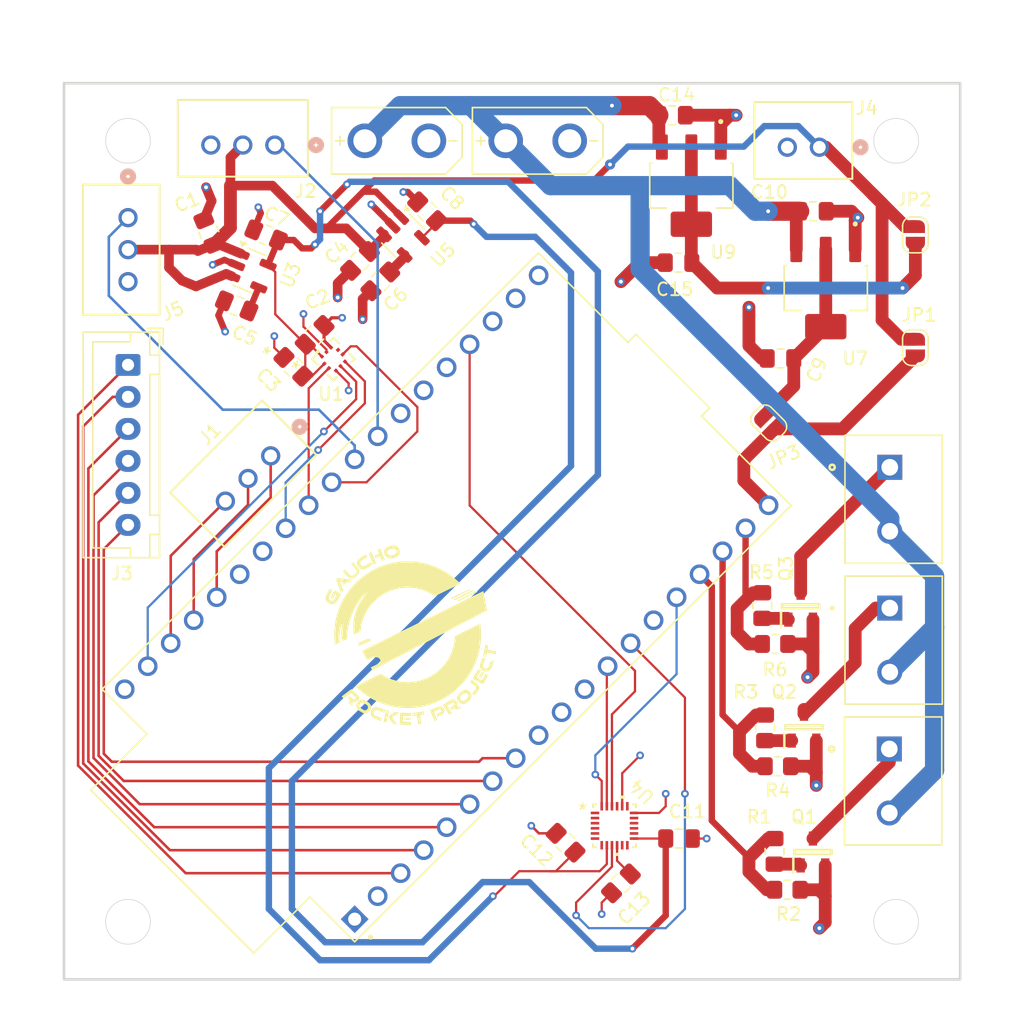
<source format=kicad_pcb>
(kicad_pcb (version 20241229) (generator "pcbnew") (generator_version "9.0")
  (title_block (title "Gaucho Rocket Project V2") (date "2025-04-15"))
  (layers (0 "F.Cu" power) (4 "In1.Cu" signal) (6 "In2.Cu" signal) (2 "B.Cu" mixed) (13 "F.Paste" user) (15 "B.Paste" user) (5 "F.SilkS" user "F.Silkscreen") (7 "B.SilkS" user "B.Silkscreen") (1 "F.Mask" user) (3 "B.Mask" user) (25 "Edge.Cuts" user))
  (net 0 "")
  (net 1 "GND")
  (net 2 "Net-(U4-REGOUT)")
  (net 3 "+5V_b")
  (net 4 "Net-(JP3-A)")
  (net 5 "PYRO_3")
  (net 6 "ICM_MOSI")
  (net 7 "+3.3V_b")
  (net 8 "+5V_a")
  (net 9 "+12V")
  (net 10 "Net-(JP2-A)")
  (net 14 "SERVO_3")
  (net 16 "SERVO_5")
  (net 17 "SERVO_1")
  (net 19 "SERVO_6")
  (net 20 "Net-(P1-Pad1)")
  (net 24 "Net-(P2-Pad1)")
  (net 25 "ICM_CLK")
  (net 27 "SERVO_2")
  (net 28 "PYRO_2")
  (net 29 "+1.8V")
  (net 30 "ICM_MISO")
  (net 31 "BMP_CS")
  (net 32 "ICM_CS")
  (net 33 "PYRO_1")
  (net 34 "SERVO_4")
  (net 35 "BMP_MISO")
  (net 36 "BMP_CLK")
  (net 37 "BMP_MOSI")
  (net 51 "FSYNC")
  (net 52 "BMP_INT")
  (net 53 "ICM_INT")
  (net 54 "Net-(U3-BP)")
  (net 55 "Net-(U5-BP)")
  (net 56 "PYRO_4")
  (net 57 "PYRO_5")
  (net 58 "Net-(P3-Pad1)")
  (net 59 "Net-(Q1-Pad1)")
  (net 60 "Net-(Q2-Pad1)")
  (net 61 "Net-(Q3-Pad1)")
  (net 62 "PYRO_6")
  (net 63 "PYRO_7")
  (net 64 "PYRO_8")
  (footprint "Capacitors:C_0805_2012Metric_Pad1.18x1.45mm_HandSolder" (layer "F.Cu") (at 185.9625 88)
    (property "Reference" "C9")
    (property "Value" "100uF" (hide yes))
  )
  (footprint "B3B:CONN_B3B-XH-A_JST" (layer "F.Cu") (at 146.142393 95.606859 45)
    (property "Reference" "J1")
    (property "Value" "B3B-XH-A")
  )
  (footprint "Resistor:R_0805_2012Metric_Pad1.20x1.40mm_HandSolder" (layer "F.Cu") (at 186.5 129.5)
    (property "Reference" "R2")
    (property "Value" "470" (hide yes))
  )
  (footprint "Capacitors:C_0805_2012Metric_Pad1.18x1.45mm_HandSolder" (layer "F.Cu") (at 147.916091 88.649189 135)
    (property "Reference" "C3")
    (property "Value" "0.1uF")
  )
  (footprint "Resistor:R_0805_2012Metric_Pad1.20x1.40mm_HandSolder" (layer "F.Cu") (at 184.76 116.850001 90)
    (property "Reference" "R3")
    (property "Value" "1k" (hide yes))
  )
  (footprint "LD1117S50CTRlib:LD1117S50CTR" (layer "F.Cu") (at 189.5 82.5 -90)
    (property "Reference" "U7")
    (property "Value" "LD1117S50CTR" (hide yes))
  )
  (footprint "Jumper:SolderJumper-2_P1.3mm_Open_RoundedPad1.0x1.5mm" (layer "F.Cu") (at 185.040381 93.040381 -45)
    (property "Reference" "JP3")
    (property "Value" "Jumper_2_Open" (hide yes))
  )
  (footprint "Package_TO_SOT_SMD:SOT-23-5" (layer "F.Cu") (at 156.476086 78.438125 -45)
    (property "Reference" "U5")
    (property "Value" "TPS79318-EP" (hide yes))
  )
  (footprint "Capacitors:C_0805_2012Metric_Pad1.18x1.45mm_HandSolder" (layer "F.Cu") (at 177.5 69 180)
    (property "Reference" "C14")
    (property "Value" "10uF" (hide yes))
  )
  (footprint "Capacitors:C_0805_2012Metric_Pad1.18x1.45mm_HandSolder" (layer "F.Cu") (at 177.999999 80.514999)
    (property "Reference" "C15")
    (property "Value" "100uF" (hide yes))
  )
  (footprint "Capacitors:C_0805_2012Metric_Pad1.18x1.45mm_HandSolder" (layer "F.Cu") (at 143.487869 83.89514 -22.5)
    (property "Reference" "C5")
    (property "Value" "0.1uF" (hide yes))
  )
  (footprint "ScrewTerminal:CUI_TB002-500-02BE" (layer "F.Cu") (at 194.5 107.5 -90)
    (property "Reference" "P2" (hide yes))
    (property "Value" "282837-2" (hide yes))
  )
  (footprint "Capacitors:C_0805_2012Metric_Pad1.18x1.45mm_HandSolder" (layer "F.Cu") (at 154.708319 81.973659 45)
    (property "Reference" "C6")
    (property "Value" "0.1uF" (hide yes))
  )
  (footprint "Jumper:SolderJumper-2_P1.3mm_Open_RoundedPad1.0x1.5mm" (layer "F.Cu") (at 196.500001 78.349999 90)
    (property "Reference" "JP2")
    (property "Value" "Jumper_2_Open" (hide yes))
  )
  (footprint "Capacitors:C_0805_2012Metric_Pad1.18x1.45mm_HandSolder" (layer "F.Cu") (at 188.5 76.5 180)
    (property "Reference" "C10")
    (property "Value" "10uF" (hide yes))
  )
  (footprint "XTConnectors:XT30UPB-M" (layer "F.Cu") (at 167 71)
    (property "Reference" "U10" (hide yes))
    (property "Value" "XT30UPB-M" (hide yes))
  )
  (footprint "Capacitors:C_0805_2012Metric_Pad1.18x1.45mm_HandSolder" (layer "F.Cu") (at 153.117328 80.382668 45)
    (property "Reference" "C4")
    (property "Value" "0.1uF" (hide yes))
  )
  (footprint "Resistor:R_0805_2012Metric_Pad1.20x1.40mm_HandSolder" (layer "F.Cu") (at 185.5 126.5 90)
    (property "Reference" "R1")
    (property "Value" "1k" (hide yes))
  )
  (footprint "ScrewTerminal:CUI_TB002-500-02BE" (layer "F.Cu") (at 194.5 96.5 -90)
    (property "Reference" "P3" (hide yes))
    (property "Value" "282837-2" (hide yes))
  )
  (footprint "footprints:QFN10_BMP581_BOS" (layer "F.Cu") (at 151.046594 88.046594 45)
    (property "Reference" "U1")
    (property "Value" "BMP581" (hide yes))
  )
  (footprint "B2B-XH-A:CONN_B2B-XH-A_JST" (layer "F.Cu") (at 189 71.5)
    (property "Reference" "J4")
    (property "Value" "B2B-XH-A" (hide yes))
  )
  (footprint "Capacitors:C_0805_2012Metric_Pad1.18x1.45mm_HandSolder" (layer "F.Cu") (at 158.358757 76.502421 -45)
    (property "Reference" "C8")
    (property "Value" "10uF")
  )
  (footprint "Capacitors:C_0805_2012Metric_Pad1.18x1.45mm_HandSolder" (layer "F.Cu") (at 169.175001 125.825001 135)
    (property "Reference" "C12")
    (property "Value" "0.1uF" (hide yes))
  )
  (footprint "FETS:SOT96P240X100-3N" (layer "F.Cu") (at 188.5 126.55 90)
    (property "Reference" "Q1")
    (property "Value" "DMN3023L-7" (hide yes))
    (property "VALUE" "DMN3023L-7" (hide yes))
  )
  (footprint "LD1117S50CTRlib:LD1117S50CTR" (layer "F.Cu") (at 179 74.5 -90)
    (property "Reference" "U9")
    (property "Value" "LD1117S50CTR" (hide yes))
  )
  (footprint "Resistor:R_0805_2012Metric_Pad1.20x1.40mm_HandSolder" (layer "F.Cu") (at 184.54 107.299999 90)
    (property "Reference" "R5")
    (property "Value" "1k" (hide yes))
  )
  (footprint "B3B:CONN_B3B-XH-A_JST" (layer "F.Cu") (at 135 77 90)
    (property "Reference" "J5")
    (property "Value" "B3B-XH-A" (hide yes))
  )
  (footprint "Package_TO_SOT_SMD:SOT-23-5" (layer "F.Cu") (at 144.5244 81.131429 -22.5)
    (property "Reference" "U3")
    (property "Value" "TPS79333-EP" (hide yes))
  )
  (footprint "FETS:SOT96P240X100-3N" (layer "F.Cu") (at 187.8 116.8 90)
    (property "Reference" "Q2")
    (property "Value" "DMN3023L-7" (hide yes))
    (property "VALUE" "DMN3023L-7" (hide yes))
  )
  (footprint "Capacitors:C_0805_2012Metric_Pad1.18x1.45mm_HandSolder" (layer "F.Cu") (at 149.577792 86.156638 45)
    (property "Reference" "C2")
    (property "Value" "0.1uF" (hide yes))
  )
  (footprint "Capacitors:C_0805_2012Metric_Pad1.18x1.45mm_HandSolder" (layer "F.Cu") (at 178.037501 125.5)
    (property "Reference" "C11")
    (property "Value" "0.1uF" (hide yes))
  )
  (footprint "esp32wroom:MODULE_DEVKIT_V1_ESP32-WROOM-32" (layer "F.Cu") (at 159.881083 106.658405 135)
    (property "Reference" "U2" (hide yes))
    (property "Value" "DEVKIT_V1_ESP32-WROOM-32" (hide yes))
  )
  (footprint "Resistor:R_0805_2012Metric_Pad1.20x1.40mm_HandSolder" (layer "F.Cu") (at 185.54 110.299999)
    (property "Reference" "R6")
    (property "Value" "470" (hide yes))
  )
  (footprint "ICM-20948:QFN24_3X3X0P9_IVS" (layer "F.Cu") (at 173 124.5)
    (property "Reference" "U4")
    (property "Value" "ICM-20948" (hide yes))
  )
  (footprint "Capacitors:C_0805_2012Metric_Pad1.18x1.45mm_HandSolder" (layer "F.Cu") (at 141.318104 78.125627 -67.5)
    (property "Reference" "C1")
    (property "Value" "0.1uF" (hide yes))
  )
  (footprint "FETS:SOT96P240X100-3N" (layer "F.Cu") (at 187.54 107.349999 90)
    (property "Reference" "Q3")
    (property "Value" "DMN3023L-7" (hide yes))
    (property "VALUE" "DMN3023L-7" (hide yes))
  )
  (footprint "B3B:CONN_B3B-XH-A_JST" (layer "F.Cu") (at 146.4666 71.329801)
    (property "Reference" "J2")
    (property "Value" "B3B-XH-A" (hide yes))
  )
  (footprint "Connector_JST:JST_XH_B6B-XH-A_1x06_P2.50mm_Vertical" (layer "F.Cu") (at 135 88.5 -90)
    (property "Reference" "J3")
    (property "Value" "B6B-XH-A" (hide yes))
  )
  (footprint "Capacitors:C_0805_2012Metric_Pad1.18x1.45mm_HandSolder" (layer "F.Cu") (at 145.783972 78.351862 -22.5)
    (property "Reference" "C7")
    (property "Value" "10uF" (hide yes))
  )
  (footprint "Jumper:SolderJumper-2_P1.3mm_Open_RoundedPad1.0x1.5mm" (layer "F.Cu") (at 196.500001 87.150001 -90)
    (property "Reference" "JP1")
    (property "Value" "Jumper_2_Open" (hide yes))
  )
  (footprint "ScrewTerminal:CUI_TB002-500-02BE" (layer "F.Cu") (at 194.4625 118.5 -90)
    (property "Reference" "P1" (hide yes))
    (property "Value" "282837-2" (hide yes))
  )
  (footprint "GRPImages:GRPLogo" (layer "F.Cu") (at 157.1 110.3)
    (property "Reference" "G***" (hide yes))
    (property "Value" "LOGO" (hide yes))
  )
  (footprint "Resistor:R_0805_2012Metric_Pad1.20x1.40mm_HandSolder" (layer "F.Cu") (at 185.76 119.850001)
    (property "Reference" "R4")
    (property "Value" "470" (hide yes))
  )
  (footprint "Capacitors:C_0805_2012Metric_Pad1.18x1.45mm_HandSolder" (layer "F.Cu") (at 173.500001 129 -135)
    (property "Reference" "C13")
    (property "Value" "0.1uF" (hide yes))
  )
  (footprint "XTConnectors:XT30UPB-M" (layer "F.Cu") (at 156 71)
    (property "Reference" "U8" (hide yes))
    (property "Value" "XT30UPB-M" (hide yes))
  )
  (gr_circle (center 195 132) (end 196.75 132) (stroke (width 0.05)) (fill no) (layer "Edge.Cuts"))
  (gr_rect (start 130 66.5) (end 200 136.5) (stroke (width 0.2)) (fill no) (layer "Edge.Cuts"))
  (gr_circle (center 195 71) (end 196.75 71) (stroke (width 0.05)) (fill no) (layer "Edge.Cuts"))
  (gr_circle (center 135 132) (end 136.75 132) (stroke (width 0.05)) (fill no) (layer "Edge.Cuts"))
  (gr_circle (center 135 71) (end 136.75 71) (stroke (width 0.05)) (fill no) (layer "Edge.Cuts"))
  (segment (start 188.5 112.48) (end 188.08 112.9) (width 1) (layer "F.Cu") (net 1))
  (segment (start 152.231775 90.5) (end 152.231775 90.609079) (width 0.175) (layer "F.Cu") (net 1))
  (segment (start 167.091378 125.091377) (end 166.500001 124.500001) (width 0.2) (layer "F.Cu") (net 1))
  (segment (start 191.800001 77.199999) (end 192 77) (width 1) (layer "F.Cu") (net 1))
  (segment (start 142.06056 84.629857) (end 142.529349 83.498105) (width 0.5) (layer "F.Cu") (net 1))
  (segment (start 191.800001 79.484998) (end 191.800001 77.199999) (width 1) (layer "F.Cu") (net 1))
  (segment (start 189.46 130) (end 189.46 132.04) (width 1) (layer "F.Cu") (net 1))
  (segment (start 178.5375 69) (end 182 69) (width 1) (layer "F.Cu") (net 1))
  (segment (start 145.366644 76.648263) (end 145.175302 76.186325) (width 0.5) (layer "F.Cu") (net 1))
  (segment (start 188.76 117.850001) (end 188.76 120.350001) (width 1) (layer "F.Cu") (net 1))
  (segment (start 181.300001 69.699999) (end 182 69) (width 1) (layer "F.Cu") (net 1))
  (segment (start 188.5 110.9) (end 188.5 112.48) (width 1) (layer "F.Cu") (net 1))
  (segment (start 150.853552 87.146447) (end 150.311415 86.60431) (width 0.25) (layer "F.Cu") (net 1))
  (segment (start 141.094532 74.629459) (end 141.091546 74.622249) (width 0.75) (layer "F.Cu") (net 1))
  (segment (start 151.239635 88.946741) (end 152.231775 89.93888) (width 0.175) (layer "F.Cu") (net 1))
  (segment (start 172.766378 129.733622) (end 172.000001 130.5) (width 0.175) (layer "F.Cu") (net 1))
  (segment (start 148.702748 84.521454) (end 148.702748 85.511403) (width 0.175) (layer "F.Cu") (net 1))
  (segment (start 184.5 88) (end 184.925 88) (width 1) (layer "F.Cu") (net 1))
  (segment (start 172.000001 131.400001) (end 172.000001 131.5) (width 0.175) (layer "F.Cu") (net 1))
  (segment (start 181.300001 71.484998) (end 181.300001 69.699999) (width 1) (layer "F.Cu") (net 1))
  (segment (start 151.376086 82.123914) (end 152.383706 81.116294) (width 0.75) (layer "F.Cu") (net 1))
  (segment (start 142.588226 85.903759) (end 142.06056 84.629857) (width 0.5) (layer "F.Cu") (net 1))
  (segment (start 173.599999 122.976) (end 173.599999 120.400001) (width 0.175) (layer "F.Cu") (net 1))
  (segment (start 147.182467 87.915567) (end 146.424374 87.157469) (width 0.175) (layer "F.Cu") (net 1))
  (segment (start 188.5 108.4) (end 188.5 110.9) (width 1) (layer "F.Cu") (net 1))
  (segment (start 157.625134 75.768798) (end 156.856336 75) (width 0.5) (layer "F.Cu") (net 1))
  (segment (start 176.475002 123.5) (end 177 122.975002) (width 0.175) (layer "F.Cu") (net 1))
  (segment (start 186.54 110.299999) (end 187.899999 110.299999) (width 1) (layer "F.Cu") (net 1))
  (segment (start 156.856336 75) (end 156.5 75) (width 0.5) (layer "F.Cu") (net 1))
  (segment (start 182 69) (end 182.5 69) (width 1) (layer "F.Cu") (net 1))
  (segment (start 175.514999 80.514999) (end 174.985001 80.514999) (width 1) (layer "F.Cu") (net 1))
  (segment (start 151.376086 83.238125) (end 151.376086 82.123914) (width 0.75) (layer "F.Cu") (net 1))
  (segment (start 150.912456 84.821974) (end 151.725629 84.821974) (width 0.25) (layer "F.Cu") (net 1))
  (segment (start 189.46 132.04) (end 189 132.5) (width 1) (layer "F.Cu") (net 1))
  (segment (start 188.76 120.350001) (end 188.76 121.350001) (width 1) (layer "F.Cu") (net 1))
  (segment (start 150.499999 87.308655) (end 150.499999 87.5) (width 0.175) (layer "F.Cu") (net 1))
  (segment (start 153.326086 84.938125) (end 153.326086 83.355892) (width 0.75) (layer "F.Cu") (net 1))
  (segment (start 140.921071 77.167103) (end 141.533366 75.688895) (width 0.75) (layer "F.Cu") (net 1))
  (segment (start 150.311415 86.60431) (end 150.311415 85.423015) (width 0.25) (layer "F.Cu") (net 1))
  (segment (start 183.5 84) (end 183.5 87) (width 1) (layer "F.Cu") (net 1))
  (segment (start 176.962499 80.514999) (end 175.514999 80.514999) (width 1) (layer "F.Cu") (net 1))
  (segment (start 142.526513 80.303874) (end 143.473487 80.696126) (width 0.5) (layer "F.Cu") (net 1))
  (segment (start 187.5 129.5) (end 188.96 129.5) (width 1) (layer "F.Cu") (net 1))
  (segment (start 188.26 119.850001) (end 188.76 120.350001) (width 1) (layer "F.Cu") (net 1))
  (segment (start 186.76 119.850001) (end 188.26 119.850001) (width 1) (layer "F.Cu") (net 1))
  (segment (start 173.599999 120.400001) (end 175 119) (width 0.175) (layer "F.Cu") (net 1))
  (segment (start 141.611915 80.682712) (end 142.526513 80.303874) (width 0.5) (layer "F.Cu") (net 1))
  (segment (start 144.825449 77.954825) (end 145.236829 76.961655) (width 0.5) (layer "F.Cu") (net 1))
  (segment (start 179.075001 125.5) (end 180.200001 125.5) (width 0.175) (layer "F.Cu") (net 1))
  (segment (start 141.533366 75.688895) (end 141.094532 74.629459) (width 0.75) (layer "F.Cu") (net 1))
  (segment (start 188.96 129.5) (end 189.46 130) (width 1) (layer "F.Cu") (net 1))
  (segment (start 183.5 87) (end 184.5 88) (width 1) (layer "F.Cu") (net 1))
  (segment (start 148.702748 85.511403) (end 150.499999 87.308655) (width 0.175) (layer "F.Cu") (net 1))
  (segment (start 152.231775 89.93888) (end 152.231775 90.5) (width 0.175) (layer "F.Cu") (net 1))
  (segment (start 145.236829 76.961655) (end 145.366644 76.648263) (width 0.5) (layer "F.Cu") (net 1))
  (segment (start 172.000001 130.5) (end 172.000001 131.400001) (width 0.175) (layer "F.Cu") (net 1))
  (segment (start 153.326086 83.355892) (end 153.974695 82.707283) (width 0.75) (layer "F.Cu") (net 1))
  (segment (start 191.5 76.5) (end 192 77) (width 1) (layer "F.Cu") (net 1))
  (segment (start 146.424374 87.157469) (end 146.424375 86.251819) (width 0.175) (layer "F.Cu") (net 1))
  (segment (start 168.441378 125.091377) (end 167.091378 125.091377) (width 0.2) (layer "F.Cu") (net 1))
  (segment (start 176.475002 123.5) (end 174.524001 123.5) (width 0.175) (layer "F.Cu") (net 1))
  (segment (start 189.46 127.600001) (end 189.46 130) (width 1) (layer "F.Cu") (net 1))
  (segment (start 177 122.975002) (end 177 122) (width 0.175) (layer "F.Cu") (net 1))
  (segment (start 174.985001 80.514999) (end 173.5 82) (width 1) (layer "F.Cu") (net 1))
  (segment (start 155.671752 77.633791) (end 154.001213 75.963252) (width 0.5) (layer "F.Cu") (net 1))
  (segment (start 189.5375 76.5) (end 191.5 76.5) (width 1) (layer "F.Cu") (net 1))
  (segment (start 150.311415 85.423015) (end 150.912456 84.821974) (width 0.25) (layer "F.Cu") (net 1))
  (segment (start 187.899999 110.299999) (end 188.5 110.9) (width 1) (layer "F.Cu") (net 1))
  (via (at 145.175302 76.186325) (size 0.6) (drill 0.3) (layers "F.Cu" "B.Cu") (net 1))
  (via (at 189 132.5) (size 0.8) (drill 0.3) (layers "F.Cu" "B.Cu") (net 1))
  (via (at 152.231775 90.5) (size 0.6) (drill 0.3) (layers "F.Cu" "B.Cu") (net 1))
  (via (at 188.08 112.9) (size 0.8) (drill 0.3) (layers "F.Cu" "B.Cu") (net 1))
  (via (at 156.5 75) (size 0.6) (drill 0.3) (layers "F.Cu" "B.Cu") (net 1))
  (via (at 146.424375 86.251819) (size 0.6) (drill 0.3) (layers "F.Cu" "B.Cu") (net 1))
  (via (at 188.76 121.350001) (size 0.8) (drill 0.3) (layers "F.Cu" "B.Cu") (net 1))
  (via (at 180.200001 125.5) (size 0.6) (drill 0.3) (layers "F.Cu" "B.Cu") (net 1))
  (via (at 141.611915 80.682712) (size 0.6) (drill 0.3) (layers "F.Cu" "B.Cu") (net 1))
  (via (at 154.001213 75.963252) (size 0.6) (drill 0.3) (layers "F.Cu" "B.Cu") (net 1))
  (via (at 151.725629 84.821974) (size 0.6) (drill 0.3) (layers "F.Cu" "B.Cu") (net 1))
  (via (at 142.588226 85.903759) (size 0.6) (drill 0.3) (layers "F.Cu" "B.Cu") (net 1))
  (via (at 177 122) (size 0.6) (drill 0.3) (layers "F.Cu" "B.Cu") (net 1))
  (via (at 183.5 84) (size 0.6) (drill 0.3) (layers "F.Cu" "B.Cu") (net 1))
  (via (at 153.326086 84.938125) (size 0.6) (drill 0.3) (layers "F.Cu" "B.Cu") (net 1))
  (via (at 172.000001 131.400001) (size 0.6) (drill 0.3) (layers "F.Cu" "B.Cu") (net 1))
  (via (at 182.5 69) (size 0.8) (drill 0.3) (layers "F.Cu" "B.Cu") (net 1))
  (via (at 173.5 82) (size 0.6) (drill 0.3) (layers "F.Cu" "B.Cu") (net 1))
  (via (at 175 119) (size 0.6) (drill 0.3) (layers "F.Cu" "B.Cu") (net 1))
  (via (at 148.702748 84.521454) (size 0.6) (drill 0.3) (layers "F.Cu" "B.Cu") (net 1))
  (via (at 192 77) (size 0.8) (drill 0.3) (layers "F.Cu" "B.Cu") (net 1))
  (via (at 166.500001 124.500001) (size 0.6) (drill 0.3) (layers "F.Cu" "B.Cu") (net 1))
  (via (at 151.376086 83.238125) (size 0.6) (drill 0.3) (layers "F.Cu" "B.Cu") (net 1))
  (via (at 141.094532 74.629459) (size 0.6) (drill 0.3) (layers "F.Cu" "B.Cu") (net 1))
  (segment (start 173.200001 127.232754) (end 174.233624 128.266377) (width 0.175) (layer "F.Cu") (net 2))
  (segment (start 173.200001 126.024) (end 173.200001 127.232754) (width 0.175) (layer "F.Cu") (net 2))
  (segment (start 153.364824 74.973301) (end 154.238125 74.1) (width 0.5) (layer "F.Cu") (net 3))
  (segment (start 139.216039 81.920034) (end 140.306216 82.3716) (width 0.75) (layer "F.Cu") (net 3))
  (segment (start 140.306216 82.3716) (end 142.671091 81.392033) (width 0.75) (layer "F.Cu") (net 3))
  (segment (start 189.5 71.5) (end 189 71.5) (width 1) (layer "F.Cu") (net 3))
  (segment (start 143.10994 81.573807) (end 142.671091 81.392033) (width 0.75) (layer "F.Cu") (net 3))
  (segment (start 195.4 86.5) (end 193.9 85) (width 1) (layer "F.Cu") (net 3))
  (segment (start 141.889724 79.011835) (end 143.837033 79.818439) (width 0.75) (layer "F.Cu") (net 3))
  (segment (start 143 74.5) (end 143 72.296401) (width 0.75) (layer "F.Cu") (net 3))
  (segment (start 141.715138 79.084152) (end 143 77.79929) (width 1) (layer "F.Cu") (net 3))
  (segment (start 140.452506 79.607154) (end 140.345352 79.5) (width 0.75) (layer "F.Cu") (net 3))
  (segment (start 143 77.79929) (end 143 74.5) (width 1) (layer "F.Cu") (net 3))
  (segment (start 196.5 86.5) (end 195.4 86.5) (width 1) (layer "F.Cu") (net 3))
  (segment (start 138.2 79.5) (end 135 79.5) (width 0.75) (layer "F.Cu") (net 3))
  (segment (start 153.364824 74.973301) (end 150.5 77.838125) (width 0.5) (layer "F.Cu") (net 3))
  (segment (start 193.9 75.9) (end 193.2 75.2) (width 1) (layer "F.Cu") (net 3))
  (segment (start 193.9 85) (end 193.9 75.9) (width 1) (layer "F.Cu") (net 3))
  (segment (start 155 78.5) (end 155.000002 78.305544) (width 0.75) (layer "F.Cu") (net 3))
  (segment (start 196.500002 77.699998) (end 195.699998 77.699998) (width 1) (layer "F.Cu") (net 3))
  (segment (start 138.2 80.903995) (end 139.216039 81.920034) (width 0.75) (layer "F.Cu") (net 3))
  (segment (start 154.238125 74.1) (end 171.4 74.1) (width 0.5) (layer "F.Cu") (net 3))
  (segment (start 193.2 75.2) (end 189.5 71.5) (width 1) (layer "F.Cu") (net 3))
  (segment (start 152.040031 77.838125) (end 150.5 77.838125) (width 0.75) (layer "F.Cu") (net 3))
  (segment (start 156.343504 76.962041) (end 154.354765 74.973301) (width 0.5) (layer "F.Cu") (net 3))
  (segment (start 152.040031 77.838125) (end 153.850951 79.649045) (width 0.75) (layer "F.Cu") (net 3))
  (segment (start 154.354765 74.973301) (end 153.364824 74.973301) (width 0.5) (layer "F.Cu") (net 3))
  (segment (start 138.2 79.5) (end 138.2 80.903995) (width 0.75) (layer "F.Cu") (net 3))
  (segment (start 149.605892 77.838125) (end 146.267767 74.5) (width 0.75) (layer "F.Cu") (net 3))
  (segment (start 140.345352 79.5) (end 138.2 79.5) (width 0.75) (layer "F.Cu") (net 3))
  (segment (start 153.850953 79.649046) (end 155 78.5) (width 0.75) (layer "F.Cu") (net 3))
  (segment (start 171.4 74.1) (end 172.65 72.85) (width 0.5) (layer "F.Cu") (net 3))
  (segment (start 143 72.296401) (end 143.9666 71.329801) (width 0.75) (layer "F.Cu") (net 3))
  (segment (start 150.5 77.838125) (end 149.605892 77.838125) (width 0.75) (layer "F.Cu") (net 3))
  (segment (start 195.699998 77.699998) (end 193.2 75.2) (width 1) (layer "F.Cu") (net 3))
  (segment (start 146.267767 74.5) (end 143 74.5) (width 0.75) (layer "F.Cu") (net 3))
  (segment (start 140.452506 79.607154) (end 141.889724 79.011835) (width 0.75) (layer "F.Cu") (net 3))
  (via (at 172.65 72.85) (size 0.8) (drill 0.3) (layers "F.Cu" "B.Cu") (net 3))
  (segment (start 172.65 72.85) (end 174.05 71.45) (width 0.5) (layer "B.Cu") (net 3))
  (segment (start 184.7 69.85) (end 187.35 69.85) (width 0.5) (layer "B.Cu") (net 3))
  (segment (start 174.05 71.45) (end 183.1 71.45) (width 0.5) (layer "B.Cu") (net 3))
  (segment (start 183.1 71.45) (end 184.7 69.85) (width 0.5) (layer "B.Cu") (net 3))
  (segment (start 187.35 69.85) (end 189 71.5) (width 0.5) (layer "B.Cu") (net 3))
  (segment (start 184.580762 92.580762) (end 187 90.161524) (width 1) (layer "F.Cu") (net 4))
  (segment (start 187.015 88) (end 189.5 85.515) (width 1) (layer "F.Cu") (net 4))
  (segment (start 187 90.161524) (end 187 88) (width 1) (layer "F.Cu") (net 4))
  (segment (start 187 88) (end 187.015 88) (width 1) (layer "F.Cu") (net 4))
  (segment (start 189.5 85.515) (end 189.5 79.485) (width 1) (layer "F.Cu") (net 4))
  (segment (start 138.335539 103.413713) (end 142.606859 99.142393) (width 0.2) (layer "F.Cu") (net 5))
  (segment (start 138.335539 110.243436) (end 138.335539 103.413713) (width 0.2) (layer "F.Cu") (net 5))
  (segment (start 171.999999 122.976) (end 171.999999 120.999999) (width 0.175) (layer "F.Cu") (net 6))
  (segment (start 171.999999 120.999999) (end 171.5 120.5) (width 0.175) (layer "F.Cu") (net 6))
  (via (at 171.5 120.5) (size 0.6) (drill 0.3) (layers "F.Cu" "B.Cu") (net 6))
  (segment (start 171.5 119) (end 177.848666 112.651334) (width 0.175) (layer "B.Cu") (net 6))
  (segment (start 177.848666 112.651334) (end 177.848666 106.651334) (width 0.175) (layer "B.Cu") (net 6))
  (segment (start 171.5 120.5) (end 171.5 119) (width 0.175) (layer "B.Cu") (net 6))
  (segment (start 148.596681 86.890261) (end 148.844169 86.890261) (width 0.5) (layer "F.Cu") (net 7))
  (segment (start 150.332203 88.407431) (end 149.356821 89.382813) (width 0.175) (layer "F.Cu") (net 7))
  (segment (start 174.524002 125.5) (end 174.524001 125.500002) (width 0.175) (layer "F.Cu") (net 7))
  (segment (start 148.6 79.4) (end 149.3 79.4) (width 0.5) (layer "F.Cu") (net 7))
  (segment (start 148.649715 89.453523) (end 148.649715 89.382813) (width 0.5) (layer "F.Cu") (net 7))
  (segment (start 174.4 134.1) (end 177.000001 131.499999) (width 0.5) (layer "F.Cu") (net 7))
  (segment (start 177.000001 131.499999) (end 177.000001 125.5) (width 0.5) (layer "F.Cu") (net 7))
  (segment (start 146.5 81.250183) (end 145.938863 80.689046) (width 0.175) (layer "F.Cu") (net 7))
  (segment (start 146.742497 78.748894) (end 145.938862 80.689043) (width 0.5) (layer "F.Cu") (net 7))
  (segment (start 149.3 79.4) (end 149.6 79.1) (width 0.5) (layer "F.Cu") (net 7))
  (segment (start 147.948896 78.748896) (end 148.6 79.4) (width 0.5) (layer "F.Cu") (net 7))
  (segment (start 148.649715 89.382813) (end 148.844169 89.188358) (width 0.175) (layer "F.Cu") (net 7))
  (segment (start 149.183156 86.890261) (end 148.844169 86.890261) (width 0.175) (layer "F.Cu") (net 7))
  (segment (start 146.742497 78.748896) (end 147.948896 78.748896) (width 0.5) (layer "F.Cu") (net 7))
  (segment (start 148.844169 89.188358) (end 148.844169 86.890261) (width 0.175) (layer "F.Cu") (net 7))
  (segment (start 152.1 74.4) (end 150 76.5) (width 0.5) (layer "F.Cu") (net 7))
  (segment (start 146.5 84.546092) (end 146.5 81.250183) (width 0.175) (layer "F.Cu") (net 7))
  (segment (start 149.356821 89.382813) (end 148.649715 89.382813) (width 0.175) (layer "F.Cu") (net 7))
  (segment (start 148.844169 86.890261) (end 146.5 84.546092) (width 0.175) (layer "F.Cu") (net 7))
  (segment (start 150.146447 87.853552) (end 149.183156 86.890261) (width 0.175) (layer "F.Cu") (net 7))
  (segment (start 177.000001 125.499999) (end 174.524002 125.5) (width 0.175) (layer "F.Cu") (net 7))
  (via (at 152.1 74.4) (size 0.6) (drill 0.3) (layers "F.Cu" "B.Cu") (net 7))
  (via (at 174.4 134.1) (size 0.6) (drill 0.3) (layers "F.Cu" "B.Cu") (net 7))
  (via (at 150 76.5) (size 0.6) (drill 0.3) (layers "F.Cu" "B.Cu") (net 7))
  (via (at 149.6 79.1) (size 0.6) (drill 0.3) (layers "F.Cu" "B.Cu") (net 7))
  (segment (start 149.6 79.1) (end 150 78.7) (width 0.5) (layer "B.Cu") (net 7))
  (segment (start 158 133.6) (end 162.7 128.9) (width 0.5) (layer "B.Cu") (net 7))
  (segment (start 162.7 128.9) (end 166.337925 128.9) (width 0.5) (layer "B.Cu") (net 7))
  (segment (start 152.3 74.2) (end 164.691364 74.2) (width 0.5) (layer "B.Cu") (net 7))
  (segment (start 171.701 97.099) (end 147.8 121) (width 0.5) (layer "B.Cu") (net 7))
  (segment (start 150.4 133.6) (end 158 133.6) (width 0.5) (layer "B.Cu") (net 7))
  (segment (start 147.8 121) (end 147.8 131) (width 0.5) (layer "B.Cu") (net 7))
  (segment (start 152.1 74.4) (end 152.3 74.2) (width 0.5) (layer "B.Cu") (net 7))
  (segment (start 150 78.7) (end 150 76.5) (width 0.5) (layer "B.Cu") (net 7))
  (segment (start 171.701 81.209636) (end 171.701 97.099) (width 0.5) (layer "B.Cu") (net 7))
  (segment (start 171.537925 134.1) (end 174.4 134.1) (width 0.5) (layer "B.Cu") (net 7))
  (segment (start 166.337925 128.9) (end 171.537925 134.1) (width 0.5) (layer "B.Cu") (net 7))
  (segment (start 164.691364 74.2) (end 171.701 81.209636) (width 0.5) (layer "B.Cu") (net 7))
  (segment (start 147.8 131) (end 150.4 133.6) (width 0.5) (layer "B.Cu") (net 7))
  (segment (start 185.5 93.5) (end 183.1 95.9) (width 1) (layer "F.Cu") (net 8))
  (segment (start 183.1 97.534258) (end 185.032871 99.467129) (width 1) (layer "F.Cu") (net 8))
  (segment (start 190.800004 93.5) (end 185.5 93.5) (width 1) (layer "F.Cu") (net 8))
  (segment (start 196.500002 87.800002) (end 190.800004 93.5) (width 1) (layer "F.Cu") (net 8))
  (segment (start 183.1 95.9) (end 183.1 97.534258) (width 1) (layer "F.Cu") (net 8))
  (segment (start 176.4625 69) (end 176.4625 71.247499) (width 1) (layer "F.Cu") (net 9))
  (segment (start 172.8 68.251) (end 175.7135 68.251) (width 1.5) (layer "F.Cu") (net 9))
  (segment (start 175.7135 68.251) (end 176.4625 69) (width 1.5) (layer "F.Cu") (net 9))
  (segment (start 176.4625 71.247499) (end 176.700001 71.485) (width 1) (layer "F.Cu") (net 9))
  (segment (start 185 76.5) (end 187.4625 76.5) (width 1.5) (layer "F.Cu") (net 9))
  (segment (start 187.200001 76.762499) (end 187.4625 76.5) (width 1) (layer "F.Cu") (net 9))
  (segment (start 187.200001 79.485) (end 187.200001 76.762499) (width 1) (layer "F.Cu") (net 9))
  (via (at 185 76.5) (size 0.8) (drill 0.3) (layers "F.Cu" "B.Cu") (net 9))
  (via (at 172.8 68.251) (size 0.8) (drill 0.3) (layers "F.Cu" "B.Cu") (net 9))
  (segment (start 161.751 68.251) (end 164.5 71) (width 1.5) (layer "B.Cu") (net 9))
  (segment (start 198 120.1625) (end 194.6625 123.5) (width 1.5) (layer "B.Cu") (net 9))
  (segment (start 168 74.5) (end 175 74.5) (width 1.5) (layer "B.Cu") (net 9))
  (segment (start 175 74.5) (end 175 81) (width 1.5) (layer "B.Cu") (net 9))
  (segment (start 198 109) (end 198 120.1625) (width 1.5) (layer "B.Cu") (net 9))
  (segment (start 184 76.5) (end 185 76.5) (width 1.5) (layer "B.Cu") (net 9))
  (segment (start 198 109) (end 194.5 112.5) (width 1.5) (layer "B.Cu") (net 9))
  (segment (start 182 74.5) (end 183.5 76) (width 1.5) (layer "B.Cu") (net 9))
  (segment (start 194.5 101.5) (end 198 105) (width 1.5) (layer "B.Cu") (net 9))
  (segment (start 164.5 71) (end 168 74.5) (width 1.5) (layer "B.Cu") (net 9))
  (segment (start 180.5 74.5) (end 182 74.5) (width 1.5) (layer "B.Cu") (net 9))
  (segment (start 198 105) (end 198 109) (width 1.5) (layer "B.Cu") (net 9))
  (segment (start 194.5 100.5) (end 194.5 101.5) (width 1.5) (layer "B.Cu") (net 9))
  (segment (start 161.751 68.251) (end 172.8 68.251) (width 1.5) (layer "B.Cu") (net 9))
  (segment (start 183.5 76) (end 184 76.5) (width 1.5) (layer "B.Cu") (net 9))
  (segment (start 175 81) (end 194.5 100.5) (width 1.5) (layer "B.Cu") (net 9))
  (segment (start 175 74.5) (end 180.5 74.5) (width 1.5) (layer "B.Cu") (net 9))
  (segment (start 153.5 71) (end 156.249 68.251) (width 1.5) (layer "B.Cu") (net 9))
  (segment (start 156.249 68.251) (end 161.751 68.251) (width 1.5) (layer "B.Cu") (net 9))
  (segment (start 179 80.4775) (end 179.0375 80.515) (width 1) (layer "F.Cu") (net 10))
  (segment (start 185 82.5) (end 181.0225 82.5) (width 1) (layer "F.Cu") (net 10))
  (segment (start 179 77.515) (end 179 80.4775) (width 1) (layer "F.Cu") (net 10))
  (segment (start 181.0225 82.5) (end 179.037499 80.514999) (width 1) (layer "F.Cu") (net 10))
  (segment (start 179 77.515) (end 179 71.485) (width 1) (layer "F.Cu") (net 10))
  (segment (start 196.5 79) (end 196.5 81.5) (width 1) (layer "F.Cu") (net 10))
  (segment (start 179.037499 80.514999) (end 179.037499 80.537499) (width 1) (layer "F.Cu") (net 10))
  (segment (start 196.5 81.5) (end 195.5 82.5) (width 1) (layer "F.Cu") (net 10))
  (via (at 185 82.5) (size 0.8) (drill 0.3) (layers "F.Cu" "B.Cu") (net 10))
  (via (at 195.5 82.5) (size 0.8) (drill 0.3) (layers "F.Cu" "B.Cu") (net 10))
  (segment (start 195.5 82.5) (end 185 82.5) (width 1) (layer "B.Cu") (net 10))
  (segment (start 131.903 96.597) (end 135 93.5) (width 0.2) (layer "F.Cu") (net 14))
  (segment (start 131.903 119.4688) (end 131.903 96.597) (width 0.2) (layer "F.Cu") (net 14))
  (segment (start 159.888154 124.611846) (end 137.046046 124.611846) (width 0.2) (layer "F.Cu") (net 14))
  (segment (start 137.046046 124.611846) (end 131.903 119.4688) (width 0.2) (layer "F.Cu") (net 14))
  (segment (start 146.5 71) (end 154.5 79) (width 0.2) (layer "B.Cu") (net 16))
  (segment (start 154.5 79) (end 154.5 94.078975) (width 0.2) (layer "B.Cu") (net 16))
  (segment (start 139.503949 128.203949) (end 131.101 119.801) (width 0.2) (layer "F.Cu") (net 17))
  (segment (start 156.296052 128.203949) (end 139.503949 128.203949) (width 0.2) (layer "F.Cu") (net 17))
  (segment (start 131.101 92.399) (end 135 88.5) (width 0.2) (layer "F.Cu") (net 17))
  (segment (start 131.101 119.801) (end 131.101 92.399) (width 0.2) (layer "F.Cu") (net 17))
  (segment (start 135 77) (end 133.5 78.5) (width 0.2) (layer "B.Cu") (net 19))
  (segment (start 133.5 78.5) (end 133.5 83.1) (width 0.2) (layer "B.Cu") (net 19))
  (segment (start 142.4 92) (end 149.910795 92) (width 0.2) (layer "B.Cu") (net 19))
  (segment (start 149.910795 92) (end 152.703949 94.793154) (width 0.2) (layer "B.Cu") (net 19))
  (segment (start 133.5 83.1) (end 142.4 92) (width 0.2) (layer "B.Cu") (net 19))
  (segment (start 152.703949 94.793154) (end 152.703949 95.875027) (width 0.2) (layer "B.Cu") (net 19))
  (segment (start 188.5 125.5) (end 194.4625 119.5375) (width 1) (layer "F.Cu") (net 20))
  (segment (start 194.4625 119.5375) (end 194.4625 118.5) (width 1) (layer "F.Cu") (net 20))
  (segment (start 193.4 107.5) (end 194.5 107.5) (width 1) (layer "F.Cu") (net 24))
  (segment (start 191.8 109.1) (end 193.4 107.5) (width 1) (layer "F.Cu") (net 24))
  (segment (start 187.8 115.75) (end 187.8 115.410001) (width 1) (layer "F.Cu") (net 24))
  (segment (start 187.8 115.75) (end 191.8 111.75) (width 1) (layer "F.Cu") (net 24))
  (segment (start 191.8 111.75) (end 191.8 109.1) (width 1) (layer "F.Cu") (net 24))
  (segment (start 172.400001 122.976) (end 172.400001 112.1) (width 0.175) (layer "F.Cu") (net 25))
  (segment (start 172.400001 112.1) (end 172.460513 112.039488) (width 0.175) (layer "F.Cu") (net 25))
  (segment (start 158.092103 126.407897) (end 138.274997 126.407897) (width 0.2) (layer "F.Cu") (net 27))
  (segment (start 131.502 93.298) (end 133.8 91) (width 0.2) (layer "F.Cu") (net 27))
  (segment (start 138.274997 126.407897) (end 131.502 119.6349) (width 0.2) (layer "F.Cu") (net 27))
  (segment (start 131.502 119.6349) (end 131.502 93.298) (width 0.2) (layer "F.Cu") (net 27))
  (segment (start 133.8 91) (end 135 91) (width 0.2) (layer "F.Cu") (net 27))
  (segment (start 140.131591 108.447385) (end 140.131591 103.668409) (width 0.2) (layer "F.Cu") (net 28))
  (segment (start 144.374626 99.425374) (end 144.374626 97.374626) (width 0.2) (layer "F.Cu") (net 28))
  (segment (start 140.131591 103.668409) (end 144.374626 99.425374) (width 0.2) (layer "F.Cu") (net 28))
  (segment (start 165.55 128.05) (end 167.975 128.05) (width 0.175) (layer "F.Cu") (net 29))
  (segment (start 157.952172 78.570709) (end 159.092381 77.430498) (width 0.175) (layer "F.Cu") (net 29))
  (segment (start 163.6 130) (end 165.55 128.05) (width 0.175) (layer "F.Cu") (net 29))
  (segment (start 159.09238 77.236044) (end 161.736044 77.236044) (width 0.5) (layer "F.Cu") (net 29))
  (segment (start 159.092381 77.430498) (end 159.092382 77.236043) (width 0.175) (layer "F.Cu") (net 29))
  (segment (start 168.417248 128.05) (end 169.908624 126.558623) (width 0.175) (layer "F.Cu") (net 29))
  (segment (start 161.736044 77.236044) (end 162 77.5) (width 0.5) (layer "F.Cu") (net 29))
  (segment (start 171.8375 128.05) (end 172.400002 127.487499) (width 0.175) (layer "F.Cu") (net 29))
  (segment (start 163.5 130) (end 163.6 130) (width 0.175) (layer "F.Cu") (net 29))
  (segment (start 172.400002 127.487499) (end 172.400002 126.024) (width 0.175) (layer "F.Cu") (net 29))
  (segment (start 167.975 128.05) (end 168.417248 128.05) (width 0.175) (layer "F.Cu") (net 29))
  (segment (start 167.975 128.05) (end 171.8375 128.05) (width 0.175) (layer "F.Cu") (net 29))
  (via (at 163.5 130) (size 0.6) (drill 0.3) (layers "F.Cu" "B.Cu") (net 29))
  (via (at 162 77.5) (size 0.6) (drill 0.3) (layers "F.Cu" "B.Cu") (net 29))
  (segment (start 163.5 130) (end 158.5 135) (width 0.5) (layer "B.Cu") (net 29))
  (segment (start 158.5 135) (end 150 135) (width 0.5) (layer "B.Cu") (net 29))
  (segment (start 146 120) (end 169.6 96.4) (width 0.5) (layer "B.Cu") (net 29))
  (segment (start 150 135) (end 146 131) (width 0.5) (layer "B.Cu") (net 29))
  (segment (start 166.8 78.5) (end 163 78.5) (width 0.5) (layer "B.Cu") (net 29))
  (segment (start 163 78.5) (end 162 77.5) (width 0.5) (layer "B.Cu") (net 29))
  (segment (start 169.6 96.4) (end 169.6 81.3) (width 0.5) (layer "B.Cu") (net 29))
  (segment (start 146 131) (end 146 120) (width 0.5) (layer "B.Cu") (net 29))
  (segment (start 169.6 81.3) (end 166.8 78.5) (width 0.5) (layer "B.Cu") (net 29))
  (segment (start 172.8 127.7) (end 170 130.5) (width 0.175) (layer "F.Cu") (net 30))
  (segment (start 178.5 114.486872) (end 174.256564 110.243436) (width 0.175) (layer "F.Cu") (net 30))
  (segment (start 178.5 122) (end 178.5 114.486872) (width 0.175) (layer "F.Cu") (net 30))
  (segment (start 172.8 126.024) (end 172.8 127.7) (width 0.175) (layer "F.Cu") (net 30))
  (segment (start 170 130.5) (end 170 131.5) (width 0.175) (layer "F.Cu") (net 30))
  (via (at 178.5 122) (size 0.6) (drill 0.3) (layers "F.Cu" "B.Cu") (net 30))
  (via (at 170 131.5) (size 0.6) (drill 0.3) (layers "F.Cu" "B.Cu") (net 30))
  (segment (start 170 131.5) (end 171 132.5) (width 0.175) (layer "B.Cu") (net 30))
  (segment (start 171 132.5) (end 177 132.5) (width 0.175) (layer "B.Cu") (net 30))
  (segment (start 177 132.5) (end 178.5 131) (width 0.175) (layer "B.Cu") (net 30))
  (segment (start 178.5 131) (end 178.5 122) (width 0.175) (layer "B.Cu") (net 30))
  (segment (start 152.85 87.05) (end 157.6 91.8) (width 0.175) (layer "F.Cu") (net 31))
  (segment (start 157.6 91.8) (end 157.6 93.7) (width 0.175) (layer "F.Cu") (net 31))
  (segment (start 152.396742 87.05) (end 152.85 87.05) (width 0.175) (layer "F.Cu") (net 31))
  (segment (start 153.628922 97.671078) (end 150.907898 97.671078) (width 0.175) (layer "F.Cu") (net 31))
  (segment (start 151.760985 87.685757) (end 152.396742 87.05) (width 0.175) (layer "F.Cu") (net 31))
  (segment (start 157.6 93.7) (end 153.628922 97.671078) (width 0.175) (layer "F.Cu") (net 31))
  (segment (start 161.684205 99.484205) (end 161.684205 86.89477) (width 0.175) (layer "F.Cu") (net 32))
  (segment (start 172.800001 115.799999) (end 174.6 114) (width 0.175) (layer "F.Cu") (net 32))
  (segment (start 172.800001 122.975999) (end 172.800001 115.799999) (width 0.175) (layer "F.Cu") (net 32))
  (segment (start 174.6 112.4) (end 161.684205 99.484205) (width 0.175) (layer "F.Cu") (net 32))
  (segment (start 174.6 114) (end 174.6 112.4) (width 0.175) (layer "F.Cu") (net 32))
  (segment (start 141.927642 103.072358) (end 146.142393 98.857607) (width 0.2) (layer "F.Cu") (net 33))
  (segment (start 141.927642 106.651334) (end 141.927642 103.072358) (width 0.2) (layer "F.Cu") (net 33))
  (segment (start 146.142393 98.857607) (end 146.142393 95.606859) (width 0.2) (layer "F.Cu") (net 33))
  (segment (start 132.304 98.695999) (end 135 95.999999) (width 0.2) (layer "F.Cu") (net 34))
  (segment (start 161.684205 122.815795) (end 135.915795 122.815795) (width 0.2) (layer "F.Cu") (net 34))
  (segment (start 132.304 119.204) (end 132.304 98.695999) (width 0.2) (layer "F.Cu") (net 34))
  (segment (start 135.915795 122.815795) (end 132.304 119.204) (width 0.2) (layer "F.Cu") (net 34))
  (segment (start 153.5 91.5) (end 153.5 89.792895) (width 0.175) (layer "F.Cu") (net 35))
  (segment (start 149.85 95.15) (end 153.5 91.5) (width 0.175) (layer "F.Cu") (net 35))
  (segment (start 153.5 89.792895) (end 151.946741 88.239636) (width 0.175) (layer "F.Cu") (net 35))
  (via (at 149.85 95.15) (size 0.6) (drill 0.3) (layers "F.Cu" "B.Cu") (net 35))
  (segment (start 149.85 95.15) (end 147.315795 97.684205) (width 0.175) (layer "B.Cu") (net 35))
  (segment (start 147.315795 97.684205) (end 147.315795 101.26318) (width 0.175) (layer "B.Cu") (net 35))
  (segment (start 150.685757 88.760985) (end 149.111847 90.334895) (width 0.175) (layer "F.Cu") (net 36))
  (segment (start 149.111847 90.334895) (end 149.111847 99.467129) (width 0.175) (layer "F.Cu") (net 36))
  (segment (start 152.820275 91.179725) (end 152.820275 89.820275) (width 0.175) (layer "F.Cu") (net 37))
  (segment (start 152.820275 89.820275) (end 151.593188 88.593188) (width 0.175) (layer "F.Cu") (net 37))
  (segment (start 150.3 93.7) (end 152.820275 91.179725) (width 0.175) (layer "F.Cu") (net 37))
  (via (at 150.3 93.7) (size 0.6) (drill 0.3) (layers "F.Cu" "B.Cu") (net 37))
  (segment (start 150.3 93.7) (end 136.539488 107.460512) (width 0.175) (layer "B.Cu") (net 37))
  (segment (start 136.539488 107.460512) (end 136.539488 112.039488) (width 0.175) (layer "B.Cu") (net 37))
  (segment (start 144.446397 84.292174) (end 145.211763 82.444416) (width 0.5) (layer "F.Cu") (net 54))
  (segment (start 155.441943 81.240035) (end 156.60867 80.073311) (width 0.75) (layer "F.Cu") (net 55))
  (segment (start 156.60867 80.073311) (end 156.60867 79.914212) (width 0.75) (layer "F.Cu") (net 55))
  (segment (start 132.705 100.794998) (end 134.999999 98.499999) (width 0.2) (layer "F.Cu") (net 56))
  (segment (start 132.705 119.0379) (end 132.705 100.794998) (width 0.2) (layer "F.Cu") (net 56))
  (segment (start 134.6671 121) (end 132.705 119.0379) (width 0.2) (layer "F.Cu") (net 56))
  (segment (start 163.480257 121.019744) (end 163.460513 121) (width 0.2) (layer "F.Cu") (net 56))
  (segment (start 163.460513 121) (end 134.6671 121) (width 0.2) (layer "F.Cu") (net 56))
  (segment (start 162.414257 119.5) (end 133.7342 119.5) (width 0.2) (layer "F.Cu") (net 57))
  (segment (start 135 101.1) (end 135 101) (width 0.2) (layer "F.Cu") (net 57))
  (segment (start 133.7342 119.5) (end 133.106 118.8718) (width 0.2) (layer "F.Cu") (net 57))
  (segment (start 133.106 118.8718) (end 133.106 102.894) (width 0.2) (layer "F.Cu") (net 57))
  (segment (start 133.106 102.894) (end 135 101) (width 0.2) (layer "F.Cu") (net 57))
  (segment (start 165.276308 119.223693) (end 162.690564 119.223693) (width 0.2) (layer "F.Cu") (net 57))
  (segment (start 162.690564 119.223693) (end 162.414257 119.5) (width 0.2) (layer "F.Cu") (net 57))
  (segment (start 194.5 96.5) (end 187.54 103.46) (width 1) (layer "F.Cu") (net 58))
  (segment (start 187.54 103.46) (end 187.54 106.299999) (width 1) (layer "F.Cu") (net 58))
  (segment (start 187.44 127.500001) (end 187.54 127.600001) (width 1) (layer "F.Cu") (net 59))
  (segment (start 185.5 127.500001) (end 187.44 127.500001) (width 1) (layer "F.Cu") (net 59))
  (segment (start 184.76 117.850002) (end 186.84 117.850001) (width 1) (layer "F.Cu") (net 60))
  (segment (start 186.479999 108.299999) (end 186.58 108.4) (width 1) (layer "F.Cu") (net 61))
  (segment (start 184.54 108.299999) (end 186.479999 108.299999) (width 1) (layer "F.Cu") (net 61))
  (segment (start 185.000001 125.499999) (end 185.5 125.499999) (width 1) (layer "F.Cu") (net 62))
  (segment (start 184.9 129.5) (end 183.5 128.1) (width 1) (layer "F.Cu") (net 62))
  (segment (start 179.644718 104.855283) (end 180.6 105.810565) (width 0.5) (layer "F.Cu") (net 62))
  (segment (start 183.5 128.1) (end 183.5 127) (width 1) (layer "F.Cu") (net 62))
  (segment (start 180.6 124.1) (end 183.5 127) (width 0.5) (layer "F.Cu") (net 62))
  (segment (start 183.5 127) (end 185.000001 125.499999) (width 1) (layer "F.Cu") (net 62))
  (segment (start 185.5 129.5) (end 184.9 129.5) (width 1) (layer "F.Cu") (net 62))
  (segment (start 180.6 105.810565) (end 180.6 124.1) (width 0.5) (layer "F.Cu") (net 62))
  (segment (start 181.440769 115.830769) (end 182.76 117.15) (width 0.5) (layer "F.Cu") (net 63))
  (segment (start 182.76 118.850001) (end 182.76 117.15) (width 1) (layer "F.Cu") (net 63))
  (segment (start 182.76 117.15) (end 184.06 115.85) (width 1) (layer "F.Cu") (net 63))
  (segment (start 184.76 119.850001) (end 183.76 119.850001) (width 1) (layer "F.Cu") (net 63))
  (segment (start 183.76 119.850001) (end 182.76 118.850001) (width 1) (layer "F.Cu") (net 63))
  (segment (start 184.06 115.85) (end 184.76 115.85) (width 1) (layer "F.Cu") (net 63))
  (segment (start 181.440769 103.059231) (end 181.7 103.318462) (width 0.5) (layer "F.Cu") (net 63))
  (segment (start 181.440769 103.059231) (end 181.440769 115.830769) (width 0.5) (layer "F.Cu") (net 63))
  (segment (start 183.23682 101.26318) (end 183.2 101.3) (width 0.5) (layer "F.Cu") (net 64))
  (segment (start 183.23682 101.26318) (end 183.23682 106.903179) (width 0.5) (layer "F.Cu") (net 64))
  (segment (start 183.23682 106.903179) (end 182.58 107.559999) (width 0.5) (layer "F.Cu") (net 64))
  (segment (start 183.84 106.299999) (end 184.54 106.299999) (width 1) (layer "F.Cu") (net 64))
  (segment (start 182.58 109.4) (end 182.58 107.559999) (width 1) (layer "F.Cu") (net 64))
  (segment (start 183.479999 110.299999) (end 182.58 109.4) (width 1) (layer "F.Cu") (net 64))
  (segment (start 184.54 110.299999) (end 183.479999 110.299999) (width 1) (layer "F.Cu") (net 64))
  (segment (start 182.58 107.559999) (end 183.84 106.299999) (width 1) (layer "F.Cu") (net 64))
)
</source>
